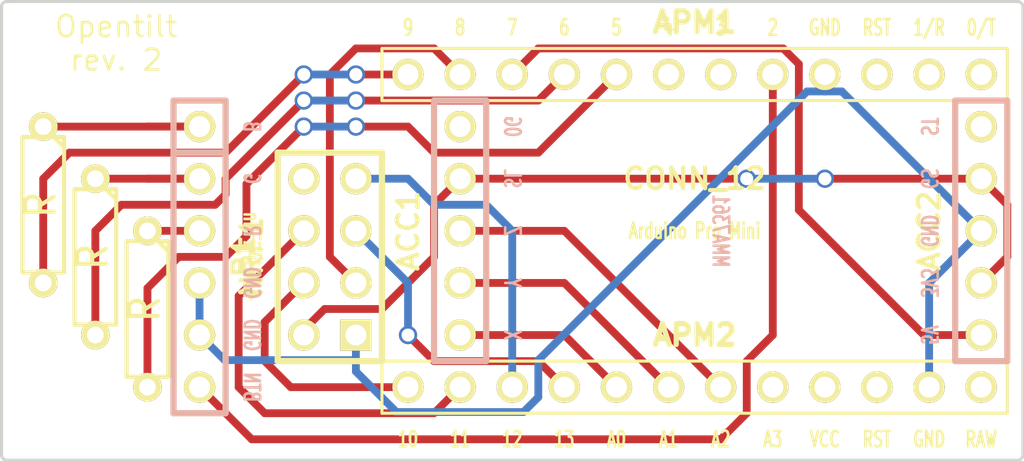
<source format=kicad_pcb>
(kicad_pcb (version 20171130) (host pcbnew "(5.1.12)-1")

  (general
    (thickness 1.6)
    (drawings 52)
    (tracks 112)
    (zones 0)
    (modules 9)
    (nets 19)
  )

  (page A3)
  (layers
    (0 F.Cu signal)
    (31 B.Cu signal)
    (32 B.Adhes user)
    (33 F.Adhes user)
    (34 B.Paste user)
    (35 F.Paste user)
    (36 B.SilkS user)
    (37 F.SilkS user hide)
    (38 B.Mask user)
    (39 F.Mask user)
    (40 Dwgs.User user)
    (41 Cmts.User user)
    (42 Eco1.User user)
    (43 Eco2.User user)
    (44 Edge.Cuts user)
  )

  (setup
    (last_trace_width 0.381)
    (trace_clearance 0.254)
    (zone_clearance 0.508)
    (zone_45_only no)
    (trace_min 0.254)
    (via_size 0.889)
    (via_drill 0.635)
    (via_min_size 0.889)
    (via_min_drill 0.508)
    (uvia_size 0.508)
    (uvia_drill 0.127)
    (uvias_allowed no)
    (uvia_min_size 0.508)
    (uvia_min_drill 0.127)
    (edge_width 0.15)
    (segment_width 0.2)
    (pcb_text_width 0.3)
    (pcb_text_size 0.508 0.762)
    (mod_edge_width 0.15)
    (mod_text_size 1.5 1.5)
    (mod_text_width 0.15)
    (pad_size 1.524 1.524)
    (pad_drill 1.016)
    (pad_to_mask_clearance 0.2)
    (aux_axis_origin 0 0)
    (visible_elements 7FFFFFFF)
    (pcbplotparams
      (layerselection 0x00030_ffffffff)
      (usegerberextensions true)
      (usegerberattributes true)
      (usegerberadvancedattributes true)
      (creategerberjobfile true)
      (excludeedgelayer true)
      (linewidth 0.100000)
      (plotframeref false)
      (viasonmask false)
      (mode 1)
      (useauxorigin false)
      (hpglpennumber 1)
      (hpglpenspeed 20)
      (hpglpendiameter 15.000000)
      (psnegative false)
      (psa4output false)
      (plotreference true)
      (plotvalue true)
      (plotinvisibletext false)
      (padsonsilk false)
      (subtractmaskfromsilk false)
      (outputformat 1)
      (mirror false)
      (drillshape 0)
      (scaleselection 1)
      (outputdirectory "/home/juerd/sketchbook/opentilt/pcb-rev2/itead1"))
  )

  (net 0 "")
  (net 1 3V3)
  (net 2 A0)
  (net 3 A1)
  (net 4 A2)
  (net 5 CLK)
  (net 6 D10)
  (net 7 D2)
  (net 8 D5)
  (net 9 D6)
  (net 10 D7)
  (net 11 D8)
  (net 12 D9)
  (net 13 GND)
  (net 14 MISO)
  (net 15 MOSI)
  (net 16 N-0000021)
  (net 17 N-0000022)
  (net 18 N-0000023)

  (net_class Default "This is the default net class."
    (clearance 0.254)
    (trace_width 0.381)
    (via_dia 0.889)
    (via_drill 0.635)
    (uvia_dia 0.508)
    (uvia_drill 0.127)
    (add_net 3V3)
    (add_net A0)
    (add_net A1)
    (add_net A2)
    (add_net CLK)
    (add_net D10)
    (add_net D2)
    (add_net D5)
    (add_net D6)
    (add_net D7)
    (add_net D8)
    (add_net D9)
    (add_net GND)
    (add_net MISO)
    (add_net MOSI)
    (add_net N-0000021)
    (add_net N-0000022)
    (add_net N-0000023)
  )

  (module R3 (layer F.Cu) (tedit 52896B1D) (tstamp 52890A64)
    (at 25.019 55.753 270)
    (descr "Resitance 3 pas")
    (tags R)
    (path /523228F2)
    (autoplace_cost180 10)
    (fp_text reference RB1 (at 0 0.127 270) (layer F.SilkS) hide
      (effects (font (size 1.397 1.27) (thickness 0.2032)))
    )
    (fp_text value R (at 0 0.127 270) (layer F.SilkS)
      (effects (font (size 1.397 1.27) (thickness 0.2032)))
    )
    (fp_line (start -3.302 -0.508) (end -2.794 -1.016) (layer F.SilkS) (width 0.2032))
    (fp_line (start 3.302 1.016) (end 3.302 0) (layer F.SilkS) (width 0.2032))
    (fp_line (start -3.302 1.016) (end 3.302 1.016) (layer F.SilkS) (width 0.2032))
    (fp_line (start -3.302 -1.016) (end -3.302 1.016) (layer F.SilkS) (width 0.2032))
    (fp_line (start 3.302 -1.016) (end -3.302 -1.016) (layer F.SilkS) (width 0.2032))
    (fp_line (start 3.302 0) (end 3.302 -1.016) (layer F.SilkS) (width 0.2032))
    (fp_line (start 3.81 0) (end 3.302 0) (layer F.SilkS) (width 0.2032))
    (fp_line (start -3.81 0) (end -3.302 0) (layer F.SilkS) (width 0.2032))
    (pad 1 thru_hole circle (at -3.81 0 270) (size 1.397 1.397) (drill 0.8128) (layers *.Cu *.Mask F.SilkS)
      (net 17 N-0000022))
    (pad 2 thru_hole circle (at 3.81 0 270) (size 1.397 1.397) (drill 0.8128) (layers *.Cu *.Mask F.SilkS)
      (net 12 D9))
    (model discret/resistor.wrl
      (at (xyz 0 0 0))
      (scale (xyz 0.3 0.3 0.3))
      (rotate (xyz 0 0 0))
    )
  )

  (module R3 (layer F.Cu) (tedit 52896B37) (tstamp 52890A72)
    (at 27.559 58.293 270)
    (descr "Resitance 3 pas")
    (tags R)
    (path /52322904)
    (autoplace_cost180 10)
    (fp_text reference RG1 (at 0 0.127 270) (layer F.SilkS) hide
      (effects (font (size 1.397 1.27) (thickness 0.2032)))
    )
    (fp_text value R (at 0 0.127 270) (layer F.SilkS)
      (effects (font (size 1.397 1.27) (thickness 0.2032)))
    )
    (fp_line (start -3.302 -0.508) (end -2.794 -1.016) (layer F.SilkS) (width 0.2032))
    (fp_line (start 3.302 1.016) (end 3.302 0) (layer F.SilkS) (width 0.2032))
    (fp_line (start -3.302 1.016) (end 3.302 1.016) (layer F.SilkS) (width 0.2032))
    (fp_line (start -3.302 -1.016) (end -3.302 1.016) (layer F.SilkS) (width 0.2032))
    (fp_line (start 3.302 -1.016) (end -3.302 -1.016) (layer F.SilkS) (width 0.2032))
    (fp_line (start 3.302 0) (end 3.302 -1.016) (layer F.SilkS) (width 0.2032))
    (fp_line (start 3.81 0) (end 3.302 0) (layer F.SilkS) (width 0.2032))
    (fp_line (start -3.81 0) (end -3.302 0) (layer F.SilkS) (width 0.2032))
    (pad 1 thru_hole circle (at -3.81 0 270) (size 1.397 1.397) (drill 0.8128) (layers *.Cu *.Mask F.SilkS)
      (net 18 N-0000023))
    (pad 2 thru_hole circle (at 3.81 0 270) (size 1.397 1.397) (drill 0.8128) (layers *.Cu *.Mask F.SilkS)
      (net 9 D6))
    (model discret/resistor.wrl
      (at (xyz 0 0 0))
      (scale (xyz 0.3 0.3 0.3))
      (rotate (xyz 0 0 0))
    )
  )

  (module R3 (layer F.Cu) (tedit 52896B3D) (tstamp 52890A80)
    (at 30.099 60.833 270)
    (descr "Resitance 3 pas")
    (tags R)
    (path /5232290A)
    (autoplace_cost180 10)
    (fp_text reference RR1 (at 0 0.127 270) (layer F.SilkS) hide
      (effects (font (size 1.397 1.27) (thickness 0.2032)))
    )
    (fp_text value R (at 0 0.127 270) (layer F.SilkS)
      (effects (font (size 1.397 1.27) (thickness 0.2032)))
    )
    (fp_line (start -3.302 -0.508) (end -2.794 -1.016) (layer F.SilkS) (width 0.2032))
    (fp_line (start 3.302 1.016) (end 3.302 0) (layer F.SilkS) (width 0.2032))
    (fp_line (start -3.302 1.016) (end 3.302 1.016) (layer F.SilkS) (width 0.2032))
    (fp_line (start -3.302 -1.016) (end -3.302 1.016) (layer F.SilkS) (width 0.2032))
    (fp_line (start 3.302 -1.016) (end -3.302 -1.016) (layer F.SilkS) (width 0.2032))
    (fp_line (start 3.302 0) (end 3.302 -1.016) (layer F.SilkS) (width 0.2032))
    (fp_line (start 3.81 0) (end 3.302 0) (layer F.SilkS) (width 0.2032))
    (fp_line (start -3.81 0) (end -3.302 0) (layer F.SilkS) (width 0.2032))
    (pad 1 thru_hole circle (at -3.81 0 270) (size 1.397 1.397) (drill 0.8128) (layers *.Cu *.Mask F.SilkS)
      (net 16 N-0000021))
    (pad 2 thru_hole circle (at 3.81 0 270) (size 1.397 1.397) (drill 0.8128) (layers *.Cu *.Mask F.SilkS)
      (net 8 D5))
    (model discret/resistor.wrl
      (at (xyz 0 0 0))
      (scale (xyz 0.3 0.3 0.3))
      (rotate (xyz 0 0 0))
    )
  )

  (module pin_array_4x2 (layer F.Cu) (tedit 52893CC2) (tstamp 52890AB7)
    (at 38.989 58.293 90)
    (descr "Double rangee de contacts 2 x 4 pins")
    (tags CONN)
    (path /5289079E)
    (fp_text reference NRF1 (at 0 -3.81 90) (layer F.SilkS)
      (effects (font (size 1.016 1.016) (thickness 0.2032)))
    )
    (fp_text value CONN_4X2 (at 0 3.81 90) (layer F.SilkS) hide
      (effects (font (size 1.016 1.016) (thickness 0.2032)))
    )
    (fp_line (start -5.08 2.54) (end -5.08 -2.54) (layer F.SilkS) (width 0.3048))
    (fp_line (start 5.08 2.54) (end -5.08 2.54) (layer F.SilkS) (width 0.3048))
    (fp_line (start 5.08 -2.54) (end 5.08 2.54) (layer F.SilkS) (width 0.3048))
    (fp_line (start -5.08 -2.54) (end 5.08 -2.54) (layer F.SilkS) (width 0.3048))
    (pad 1 thru_hole rect (at -3.81 1.27 90) (size 1.524 1.524) (drill 1.016) (layers *.Cu *.Mask F.SilkS)
      (net 13 GND))
    (pad 2 thru_hole circle (at -3.81 -1.27 90) (size 1.524 1.524) (drill 1.016) (layers *.Cu *.Mask F.SilkS)
      (net 1 3V3))
    (pad 3 thru_hole circle (at -1.27 1.27 90) (size 1.524 1.524) (drill 1.016) (layers *.Cu *.Mask F.SilkS)
      (net 11 D8))
    (pad 4 thru_hole circle (at -1.27 -1.27 90) (size 1.524 1.524) (drill 1.016) (layers *.Cu *.Mask F.SilkS)
      (net 6 D10))
    (pad 5 thru_hole circle (at 1.27 1.27 90) (size 1.524 1.524) (drill 1.016) (layers *.Cu *.Mask F.SilkS)
      (net 5 CLK))
    (pad 6 thru_hole circle (at 1.27 -1.27 90) (size 1.524 1.524) (drill 1.016) (layers *.Cu *.Mask F.SilkS)
      (net 15 MOSI))
    (pad 7 thru_hole circle (at 3.81 1.27 90) (size 1.524 1.524) (drill 1.016) (layers *.Cu *.Mask F.SilkS)
      (net 14 MISO))
    (pad 8 thru_hole circle (at 3.81 -1.27 90) (size 1.524 1.524) (drill 1.016) (layers *.Cu *.Mask F.SilkS))
    (model pin_array/pins_array_4x2.wrl
      (at (xyz 0 0 0))
      (scale (xyz 1 1 1))
      (rotate (xyz 0 0 0))
    )
  )

  (module PIN_ARRAY-6X1_B (layer F.Cu) (tedit 52893CC4) (tstamp 528916AB)
    (at 32.639 58.293 270)
    (descr "Connecteur 6 pins")
    (tags "CONN DEV")
    (path /5232286D)
    (fp_text reference P1 (at 0 -2.159 270) (layer F.SilkS)
      (effects (font (size 1.016 1.016) (thickness 0.2032)))
    )
    (fp_text value CONN_6 (at 0 2.159 270) (layer F.SilkS) hide
      (effects (font (size 1.016 0.889) (thickness 0.2032)))
    )
    (fp_line (start -5.08 1.27) (end -5.08 -1.27) (layer B.SilkS) (width 0.3048))
    (fp_line (start 7.62 1.27) (end -7.62 1.27) (layer B.SilkS) (width 0.3048))
    (fp_line (start 7.62 -1.27) (end 7.62 1.27) (layer B.SilkS) (width 0.3048))
    (fp_line (start -7.62 -1.27) (end 7.62 -1.27) (layer B.SilkS) (width 0.3048))
    (fp_line (start -7.62 1.27) (end -7.62 -1.27) (layer B.SilkS) (width 0.3048))
    (pad 1 thru_hole circle (at -6.35 0 270) (size 1.524 1.524) (drill 1.016) (layers *.Cu *.Mask F.SilkS)
      (net 17 N-0000022))
    (pad 2 thru_hole circle (at -3.81 0 270) (size 1.524 1.524) (drill 1.016) (layers *.Cu *.Mask F.SilkS)
      (net 18 N-0000023))
    (pad 3 thru_hole circle (at -1.27 0 270) (size 1.524 1.524) (drill 1.016) (layers *.Cu *.Mask F.SilkS)
      (net 16 N-0000021))
    (pad 4 thru_hole circle (at 1.27 0 270) (size 1.524 1.524) (drill 1.016) (layers *.Cu *.Mask F.SilkS)
      (net 13 GND))
    (pad 5 thru_hole circle (at 3.81 0 270) (size 1.524 1.524) (drill 1.016) (layers *.Cu *.Mask F.SilkS)
      (net 13 GND))
    (pad 6 thru_hole circle (at 6.35 0 270) (size 1.524 1.524) (drill 1.016) (layers *.Cu *.Mask F.SilkS)
      (net 7 D2))
    (model pin_array/pins_array_6x1.wrl
      (at (xyz 0 0 0))
      (scale (xyz 1 1 1))
      (rotate (xyz 0 0 0))
    )
  )

  (module PIN_ARRAY_5x1_B (layer F.Cu) (tedit 52893CB6) (tstamp 52890A9A)
    (at 45.339 57.023 90)
    (descr "Double rangee de contacts 2 x 5 pins")
    (tags CONN)
    (path /52890342)
    (fp_text reference ACC1 (at 0 -2.54 90) (layer F.SilkS)
      (effects (font (size 1.016 1.016) (thickness 0.2032)))
    )
    (fp_text value CONN_5 (at 0 2.54 90) (layer F.SilkS) hide
      (effects (font (size 1.016 1.016) (thickness 0.2032)))
    )
    (fp_line (start 6.35 1.27) (end -6.35 1.27) (layer B.SilkS) (width 0.3048))
    (fp_line (start -6.35 -1.27) (end 6.35 -1.27) (layer B.SilkS) (width 0.3048))
    (fp_line (start 6.35 1.27) (end 6.35 -1.27) (layer B.SilkS) (width 0.3048))
    (fp_line (start -6.35 -1.27) (end -6.35 1.27) (layer B.SilkS) (width 0.3048))
    (pad 1 thru_hole circle (at -5.08 0 90) (size 1.524 1.524) (drill 1.016) (layers *.Cu *.Mask F.SilkS)
      (net 2 A0))
    (pad 2 thru_hole circle (at -2.54 0 90) (size 1.524 1.524) (drill 1.016) (layers *.Cu *.Mask F.SilkS)
      (net 3 A1))
    (pad 3 thru_hole circle (at 0 0 90) (size 1.524 1.524) (drill 1.016) (layers *.Cu *.Mask F.SilkS)
      (net 4 A2))
    (pad 4 thru_hole circle (at 2.54 0 90) (size 1.524 1.524) (drill 1.016) (layers *.Cu *.Mask F.SilkS)
      (net 1 3V3))
    (pad 5 thru_hole circle (at 5.08 0 90) (size 1.524 1.524) (drill 1.016) (layers *.Cu *.Mask F.SilkS))
    (model pin_array/pins_array_5x1.wrl
      (at (xyz 0 0 0))
      (scale (xyz 1 1 1))
      (rotate (xyz 0 0 0))
    )
  )

  (module PIN_ARRAY_5x1_B (layer F.Cu) (tedit 52893CC8) (tstamp 52890AA7)
    (at 70.739 57.023 90)
    (descr "Double rangee de contacts 2 x 5 pins")
    (tags CONN)
    (path /52890351)
    (fp_text reference ACC2 (at 0 -2.54 90) (layer F.SilkS)
      (effects (font (size 1.016 1.016) (thickness 0.2032)))
    )
    (fp_text value CONN_5 (at 0 2.54 90) (layer F.SilkS) hide
      (effects (font (size 1.016 1.016) (thickness 0.2032)))
    )
    (fp_line (start 6.35 1.27) (end -6.35 1.27) (layer B.SilkS) (width 0.3048))
    (fp_line (start -6.35 -1.27) (end 6.35 -1.27) (layer B.SilkS) (width 0.3048))
    (fp_line (start 6.35 1.27) (end 6.35 -1.27) (layer B.SilkS) (width 0.3048))
    (fp_line (start -6.35 -1.27) (end -6.35 1.27) (layer B.SilkS) (width 0.3048))
    (pad 1 thru_hole circle (at -5.08 0 90) (size 1.524 1.524) (drill 1.016) (layers *.Cu *.Mask F.SilkS)
      (net 10 D7))
    (pad 2 thru_hole circle (at -2.54 0 90) (size 1.524 1.524) (drill 1.016) (layers *.Cu *.Mask F.SilkS)
      (net 1 3V3))
    (pad 3 thru_hole circle (at 0 0 90) (size 1.524 1.524) (drill 1.016) (layers *.Cu *.Mask F.SilkS)
      (net 13 GND))
    (pad 4 thru_hole circle (at 2.54 0 90) (size 1.524 1.524) (drill 1.016) (layers *.Cu *.Mask F.SilkS)
      (net 1 3V3))
    (pad 5 thru_hole circle (at 5.08 0 90) (size 1.524 1.524) (drill 1.016) (layers *.Cu *.Mask F.SilkS))
    (model pin_array/pins_array_5x1.wrl
      (at (xyz 0 0 0))
      (scale (xyz 1 1 1))
      (rotate (xyz 0 0 0))
    )
  )

  (module pin_array_12x1 (layer F.Cu) (tedit 52893CBE) (tstamp 52890AC7)
    (at 56.769 50.673)
    (descr "Double rangee de contacts 2 x 12 pins")
    (tags CONN)
    (path /5288F956)
    (fp_text reference APM1 (at 0 -3.81) (layer F.SilkS)
      (effects (font (size 1.016 1.016) (thickness 0.254)))
    )
    (fp_text value CONN_12 (at 0 3.81) (layer F.SilkS)
      (effects (font (size 1.016 1.016) (thickness 0.2032)))
    )
    (fp_line (start -15.24 -2.54) (end 15.24 -2.54) (layer F.SilkS) (width 0.15))
    (fp_line (start -15.24 0) (end -15.24 -2.54) (layer F.SilkS) (width 0.15))
    (fp_line (start 15.24 0) (end -15.24 0) (layer F.SilkS) (width 0.15))
    (fp_line (start 15.24 -2.54) (end 15.24 0) (layer F.SilkS) (width 0.15))
    (pad 12 thru_hole circle (at -13.97 -1.27) (size 1.524 1.524) (drill 1.016) (layers *.Cu *.Mask F.SilkS)
      (net 12 D9))
    (pad 11 thru_hole circle (at -11.43 -1.27) (size 1.524 1.524) (drill 1.016) (layers *.Cu *.Mask F.SilkS)
      (net 11 D8))
    (pad 10 thru_hole circle (at -8.89 -1.27) (size 1.524 1.524) (drill 1.016) (layers *.Cu *.Mask F.SilkS)
      (net 10 D7))
    (pad 9 thru_hole circle (at -6.35 -1.27) (size 1.524 1.524) (drill 1.016) (layers *.Cu *.Mask F.SilkS)
      (net 9 D6))
    (pad 8 thru_hole circle (at -3.81 -1.27) (size 1.524 1.524) (drill 1.016) (layers *.Cu *.Mask F.SilkS)
      (net 8 D5))
    (pad 7 thru_hole circle (at -1.27 -1.27) (size 1.524 1.524) (drill 1.016) (layers *.Cu *.Mask F.SilkS))
    (pad 6 thru_hole circle (at 1.27 -1.27) (size 1.524 1.524) (drill 1.016) (layers *.Cu *.Mask F.SilkS))
    (pad 5 thru_hole circle (at 3.81 -1.27) (size 1.524 1.524) (drill 1.016) (layers *.Cu *.Mask F.SilkS)
      (net 7 D2))
    (pad 4 thru_hole circle (at 6.35 -1.27) (size 1.524 1.524) (drill 1.016) (layers *.Cu *.Mask F.SilkS)
      (net 13 GND))
    (pad 3 thru_hole circle (at 8.89 -1.27) (size 1.524 1.524) (drill 1.016) (layers *.Cu *.Mask F.SilkS))
    (pad 2 thru_hole circle (at 11.43 -1.27) (size 1.524 1.524) (drill 1.016) (layers *.Cu *.Mask F.SilkS))
    (pad 1 thru_hole circle (at 13.97 -1.27) (size 1.524 1.524) (drill 1.016) (layers *.Cu *.Mask F.SilkS))
    (model pin_array/pins_array_12x2.wrl
      (at (xyz 0 0 0))
      (scale (xyz 1 1 1))
      (rotate (xyz 0 0 0))
    )
  )

  (module pin_array_12x1 (layer F.Cu) (tedit 52893CC0) (tstamp 52890AD7)
    (at 56.769 65.913)
    (descr "Double rangee de contacts 2 x 12 pins")
    (tags CONN)
    (path /5288F965)
    (fp_text reference APM2 (at 0 -3.81) (layer F.SilkS)
      (effects (font (size 1.016 1.016) (thickness 0.254)))
    )
    (fp_text value CONN_12 (at 0 3.81) (layer F.SilkS)
      (effects (font (size 1.016 1.016) (thickness 0.2032)))
    )
    (fp_line (start -15.24 -2.54) (end 15.24 -2.54) (layer F.SilkS) (width 0.15))
    (fp_line (start -15.24 0) (end -15.24 -2.54) (layer F.SilkS) (width 0.15))
    (fp_line (start 15.24 0) (end -15.24 0) (layer F.SilkS) (width 0.15))
    (fp_line (start 15.24 -2.54) (end 15.24 0) (layer F.SilkS) (width 0.15))
    (pad 12 thru_hole circle (at -13.97 -1.27) (size 1.524 1.524) (drill 1.016) (layers *.Cu *.Mask F.SilkS)
      (net 6 D10))
    (pad 11 thru_hole circle (at -11.43 -1.27) (size 1.524 1.524) (drill 1.016) (layers *.Cu *.Mask F.SilkS)
      (net 15 MOSI))
    (pad 10 thru_hole circle (at -8.89 -1.27) (size 1.524 1.524) (drill 1.016) (layers *.Cu *.Mask F.SilkS)
      (net 14 MISO))
    (pad 9 thru_hole circle (at -6.35 -1.27) (size 1.524 1.524) (drill 1.016) (layers *.Cu *.Mask F.SilkS)
      (net 5 CLK))
    (pad 8 thru_hole circle (at -3.81 -1.27) (size 1.524 1.524) (drill 1.016) (layers *.Cu *.Mask F.SilkS)
      (net 2 A0))
    (pad 7 thru_hole circle (at -1.27 -1.27) (size 1.524 1.524) (drill 1.016) (layers *.Cu *.Mask F.SilkS)
      (net 3 A1))
    (pad 6 thru_hole circle (at 1.27 -1.27) (size 1.524 1.524) (drill 1.016) (layers *.Cu *.Mask F.SilkS)
      (net 4 A2))
    (pad 5 thru_hole circle (at 3.81 -1.27) (size 1.524 1.524) (drill 1.016) (layers *.Cu *.Mask F.SilkS))
    (pad 4 thru_hole circle (at 6.35 -1.27) (size 1.524 1.524) (drill 1.016) (layers *.Cu *.Mask F.SilkS))
    (pad 3 thru_hole circle (at 8.89 -1.27) (size 1.524 1.524) (drill 1.016) (layers *.Cu *.Mask F.SilkS))
    (pad 2 thru_hole circle (at 11.43 -1.27) (size 1.524 1.524) (drill 1.016) (layers *.Cu *.Mask F.SilkS)
      (net 13 GND))
    (pad 1 thru_hole circle (at 13.97 -1.27) (size 1.524 1.524) (drill 1.016) (layers *.Cu *.Mask F.SilkS))
    (model pin_array/pins_array_12x2.wrl
      (at (xyz 0 0 0))
      (scale (xyz 1 1 1))
      (rotate (xyz 0 0 0))
    )
  )

  (gr_line (start 23.241 68.199) (end 72.39 68.199) (angle 90) (layer Edge.Cuts) (width 0.15))
  (gr_line (start 22.987 67.945) (end 22.987 46.101) (angle 90) (layer Edge.Cuts) (width 0.15))
  (gr_line (start 72.771 46.101) (end 72.771 67.945) (angle 90) (layer Edge.Cuts) (width 0.15))
  (gr_line (start 23.241 45.847) (end 72.517 45.847) (angle 90) (layer Edge.Cuts) (width 0.15))
  (gr_arc (start 23.241 46.101) (end 22.987 46.101) (angle 90) (layer Edge.Cuts) (width 0.15))
  (gr_arc (start 23.241 67.945) (end 23.241 68.199) (angle 90) (layer Edge.Cuts) (width 0.15))
  (gr_arc (start 72.517 67.945) (end 72.771 67.945) (angle 90) (layer Edge.Cuts) (width 0.15))
  (gr_arc (start 72.517 46.101) (end 72.517 45.847) (angle 90) (layer Edge.Cuts) (width 0.15))
  (gr_text "Opentilt\nrev. 2" (at 28.575 47.879) (layer F.SilkS)
    (effects (font (size 1.016 1.016) (thickness 0.127)))
  )
  (gr_text nRF24L01+ (at 35.179 58.293 270) (layer F.SilkS)
    (effects (font (size 0.762 0.508) (thickness 0.127)))
  )
  (gr_text MMA7361 (at 58.039 57.023 270) (layer B.SilkS)
    (effects (font (size 0.762 0.508) (thickness 0.127)) (justify mirror))
  )
  (gr_text "Arduino Pro Mini" (at 56.769 57.023) (layer F.SilkS)
    (effects (font (size 0.762 0.508) (thickness 0.127)))
  )
  (gr_text RAW (at 70.739 67.183) (layer F.SilkS)
    (effects (font (size 0.762 0.508) (thickness 0.127)))
  )
  (gr_text GND (at 68.199 67.183) (layer F.SilkS)
    (effects (font (size 0.762 0.508) (thickness 0.127)))
  )
  (gr_text RST (at 65.659 67.183) (layer F.SilkS)
    (effects (font (size 0.762 0.508) (thickness 0.127)))
  )
  (gr_text VCC (at 63.119 67.183) (layer F.SilkS)
    (effects (font (size 0.762 0.508) (thickness 0.127)))
  )
  (gr_text A3 (at 60.579 67.183) (layer F.SilkS)
    (effects (font (size 0.762 0.508) (thickness 0.127)))
  )
  (gr_text A2 (at 58.039 67.183) (layer F.SilkS)
    (effects (font (size 0.762 0.508) (thickness 0.127)))
  )
  (gr_text A1 (at 55.499 67.183) (layer F.SilkS)
    (effects (font (size 0.762 0.508) (thickness 0.127)))
  )
  (gr_text A0 (at 52.959 67.183) (layer F.SilkS)
    (effects (font (size 0.762 0.508) (thickness 0.127)))
  )
  (gr_text 13 (at 50.419 67.183) (layer F.SilkS)
    (effects (font (size 0.762 0.508) (thickness 0.127)))
  )
  (gr_text 12 (at 47.879 67.183) (layer F.SilkS)
    (effects (font (size 0.762 0.508) (thickness 0.127)))
  )
  (gr_text 11 (at 45.339 67.183) (layer F.SilkS)
    (effects (font (size 0.762 0.508) (thickness 0.127)))
  )
  (gr_text "10\n" (at 42.799 67.183) (layer F.SilkS)
    (effects (font (size 0.762 0.508) (thickness 0.127)))
  )
  (gr_text 0/T (at 70.739 47.117) (layer F.SilkS)
    (effects (font (size 0.762 0.508) (thickness 0.127)))
  )
  (gr_text 1/R (at 68.199 47.117) (layer F.SilkS)
    (effects (font (size 0.762 0.508) (thickness 0.127)))
  )
  (gr_text RST (at 65.659 47.117) (layer F.SilkS)
    (effects (font (size 0.762 0.508) (thickness 0.127)))
  )
  (gr_text GND (at 63.119 47.117) (layer F.SilkS)
    (effects (font (size 0.762 0.508) (thickness 0.127)))
  )
  (gr_text 2 (at 60.579 47.117) (layer F.SilkS)
    (effects (font (size 0.762 0.508) (thickness 0.127)))
  )
  (gr_text 3 (at 58.039 47.117) (layer F.SilkS)
    (effects (font (size 0.762 0.508) (thickness 0.127)))
  )
  (gr_text "4\n" (at 55.499 47.117) (layer F.SilkS)
    (effects (font (size 0.762 0.508) (thickness 0.127)))
  )
  (gr_text 5 (at 52.959 47.117) (layer F.SilkS)
    (effects (font (size 0.762 0.508) (thickness 0.127)))
  )
  (gr_text 6 (at 50.419 47.117) (layer F.SilkS)
    (effects (font (size 0.762 0.508) (thickness 0.127)))
  )
  (gr_text 7 (at 47.879 47.117) (layer F.SilkS)
    (effects (font (size 0.762 0.508) (thickness 0.127)))
  )
  (gr_text 8 (at 45.339 47.117) (layer F.SilkS)
    (effects (font (size 0.762 0.508) (thickness 0.127)))
  )
  (gr_text 9 (at 42.799 47.117) (layer F.SilkS)
    (effects (font (size 0.762 0.508) (thickness 0.127)))
  )
  (gr_text ST (at 68.199 51.943 270) (layer B.SilkS)
    (effects (font (size 0.762 0.508) (thickness 0.127)) (justify mirror))
  )
  (gr_text 0G (at 47.879 51.943 270) (layer B.SilkS)
    (effects (font (size 0.762 0.508) (thickness 0.127)) (justify mirror))
  )
  (gr_text GS (at 68.199 54.483 270) (layer B.SilkS)
    (effects (font (size 0.762 0.508) (thickness 0.127)) (justify mirror))
  )
  (gr_text GND (at 68.199 57.023 270) (layer B.SilkS)
    (effects (font (size 0.762 0.508) (thickness 0.127)) (justify mirror))
  )
  (gr_text 3V3 (at 68.199 59.563 270) (layer B.SilkS)
    (effects (font (size 0.762 0.508) (thickness 0.127)) (justify mirror))
  )
  (gr_text 5V (at 68.199 62.103 270) (layer B.SilkS)
    (effects (font (size 0.762 0.508) (thickness 0.127)) (justify mirror))
  )
  (gr_text SL (at 47.879 54.483 270) (layer B.SilkS)
    (effects (font (size 0.762 0.508) (thickness 0.127)) (justify mirror))
  )
  (gr_text Z (at 47.879 57.023 270) (layer B.SilkS)
    (effects (font (size 0.762 0.508) (thickness 0.127)) (justify mirror))
  )
  (gr_text Y (at 47.879 59.563 270) (layer B.SilkS)
    (effects (font (size 0.762 0.508) (thickness 0.127)) (justify mirror))
  )
  (gr_text X (at 47.879 62.103 270) (layer B.SilkS)
    (effects (font (size 0.762 0.508) (thickness 0.127)) (justify mirror))
  )
  (gr_text BTN (at 35.179 64.643 270) (layer B.SilkS)
    (effects (font (size 0.762 0.508) (thickness 0.127)) (justify mirror))
  )
  (gr_text GND (at 35.179 62.103 270) (layer B.SilkS)
    (effects (font (size 0.762 0.508) (thickness 0.127)) (justify mirror))
  )
  (gr_text "GND\n" (at 35.179 59.563 270) (layer B.SilkS)
    (effects (font (size 0.762 0.508) (thickness 0.127)) (justify mirror))
  )
  (gr_text B (at 35.179 51.943 270) (layer B.SilkS)
    (effects (font (size 0.762 0.508) (thickness 0.127)) (justify mirror))
  )
  (gr_text G (at 35.179 54.483 270) (layer B.SilkS)
    (effects (font (size 0.762 0.508) (thickness 0.127)) (justify mirror))
  )
  (gr_text R (at 35.179 57.023 270) (layer B.SilkS)
    (effects (font (size 0.762 0.508) (thickness 0.127)) (justify mirror))
  )

  (segment (start 70.739 54.483) (end 72.009 55.753) (width 0.381) (layer F.Cu) (net 1))
  (segment (start 72.009 55.753) (end 72.009 58.293) (width 0.381) (layer F.Cu) (net 1))
  (segment (start 72.009 58.293) (end 70.739 59.563) (width 0.381) (layer F.Cu) (net 1))
  (segment (start 37.719 62.103) (end 37.719 61.849) (width 0.381) (layer F.Cu) (net 1))
  (segment (start 37.719 61.849) (end 38.735 60.833) (width 0.381) (layer F.Cu) (net 1))
  (segment (start 38.735 60.833) (end 41.529 60.833) (width 0.381) (layer F.Cu) (net 1))
  (segment (start 41.529 60.833) (end 44.069 58.293) (width 0.381) (layer F.Cu) (net 1))
  (segment (start 44.069 58.293) (end 44.069 55.753) (width 0.381) (layer F.Cu) (net 1))
  (segment (start 44.069 55.753) (end 45.339 54.483) (width 0.381) (layer F.Cu) (net 1))
  (segment (start 45.339 54.483) (end 59.309 54.483) (width 0.381) (layer F.Cu) (net 1))
  (segment (start 59.309 54.483) (end 63.119 54.483) (width 0.381) (layer B.Cu) (net 1))
  (segment (start 63.119 54.483) (end 70.739 54.483) (width 0.381) (layer F.Cu) (net 1))
  (via (at 59.309 54.483) (size 0.889) (layers F.Cu B.Cu) (net 1))
  (via (at 63.119 54.483) (size 0.889) (layers F.Cu B.Cu) (net 1))
  (segment (start 45.339 62.103) (end 50.419 62.103) (width 0.381) (layer F.Cu) (net 2))
  (segment (start 50.419 62.103) (end 52.959 64.643) (width 0.381) (layer F.Cu) (net 2))
  (segment (start 45.339 59.563) (end 50.419 59.563) (width 0.381) (layer F.Cu) (net 3))
  (segment (start 50.419 59.563) (end 55.499 64.643) (width 0.381) (layer F.Cu) (net 3))
  (segment (start 45.339 57.023) (end 50.419 57.023) (width 0.381) (layer F.Cu) (net 4))
  (segment (start 50.419 57.023) (end 58.039 64.643) (width 0.381) (layer F.Cu) (net 4))
  (segment (start 40.259 57.023) (end 42.799 59.563) (width 0.381) (layer B.Cu) (net 5))
  (segment (start 42.799 59.563) (end 42.799 62.103) (width 0.381) (layer B.Cu) (net 5))
  (segment (start 42.799 62.103) (end 44.069 63.373) (width 0.381) (layer F.Cu) (net 5))
  (segment (start 44.069 63.373) (end 49.149 63.373) (width 0.381) (layer F.Cu) (net 5))
  (segment (start 49.149 63.373) (end 50.419 64.643) (width 0.381) (layer F.Cu) (net 5))
  (via (at 42.799 62.103) (size 0.889) (layers F.Cu B.Cu) (net 5))
  (segment (start 37.719 59.563) (end 35.814 61.468) (width 0.381) (layer F.Cu) (net 6))
  (segment (start 35.814 61.468) (end 35.814 63.373) (width 0.381) (layer F.Cu) (net 6))
  (segment (start 35.814 63.373) (end 37.084 64.643) (width 0.381) (layer F.Cu) (net 6))
  (segment (start 37.084 64.643) (end 42.799 64.643) (width 0.381) (layer F.Cu) (net 6))
  (segment (start 60.579 49.403) (end 60.579 62.103) (width 0.381) (layer F.Cu) (net 7))
  (segment (start 60.579 62.103) (end 59.309 63.373) (width 0.381) (layer F.Cu) (net 7))
  (segment (start 59.309 63.373) (end 59.309 65.913) (width 0.381) (layer F.Cu) (net 7))
  (segment (start 59.309 65.913) (end 58.039 67.183) (width 0.381) (layer F.Cu) (net 7))
  (segment (start 58.039 67.183) (end 35.179 67.183) (width 0.381) (layer F.Cu) (net 7))
  (segment (start 35.179 67.183) (end 32.639 64.643) (width 0.381) (layer F.Cu) (net 7))
  (segment (start 52.959 49.403) (end 49.149 53.213) (width 0.381) (layer F.Cu) (net 8))
  (segment (start 49.149 53.213) (end 44.069 53.213) (width 0.381) (layer F.Cu) (net 8))
  (segment (start 44.069 53.213) (end 42.799 51.943) (width 0.381) (layer F.Cu) (net 8))
  (segment (start 42.799 51.943) (end 40.259 51.943) (width 0.381) (layer F.Cu) (net 8))
  (segment (start 40.259 51.943) (end 37.719 51.943) (width 0.381) (layer B.Cu) (net 8))
  (segment (start 37.719 51.943) (end 34.925 54.737) (width 0.381) (layer F.Cu) (net 8))
  (segment (start 34.925 54.737) (end 34.925 57.277) (width 0.381) (layer F.Cu) (net 8))
  (segment (start 34.925 57.277) (end 33.909 58.293) (width 0.381) (layer F.Cu) (net 8))
  (segment (start 33.909 58.293) (end 31.623 58.293) (width 0.381) (layer F.Cu) (net 8))
  (segment (start 31.623 58.293) (end 30.099 59.817) (width 0.381) (layer F.Cu) (net 8))
  (segment (start 30.099 59.817) (end 30.099 64.643) (width 0.381) (layer F.Cu) (net 8))
  (via (at 40.259 51.943) (size 0.889) (layers F.Cu B.Cu) (net 8))
  (via (at 37.719 51.943) (size 0.889) (layers F.Cu B.Cu) (net 8))
  (segment (start 50.419 49.403) (end 49.149 50.673) (width 0.381) (layer F.Cu) (net 9))
  (segment (start 49.149 50.673) (end 40.259 50.673) (width 0.381) (layer F.Cu) (net 9))
  (segment (start 40.259 50.673) (end 37.719 50.673) (width 0.381) (layer B.Cu) (net 9))
  (segment (start 37.719 50.673) (end 33.909 54.483) (width 0.381) (layer F.Cu) (net 9))
  (segment (start 33.909 54.483) (end 33.909 55.245) (width 0.381) (layer F.Cu) (net 9))
  (segment (start 33.909 55.245) (end 33.401 55.753) (width 0.381) (layer F.Cu) (net 9))
  (segment (start 33.401 55.753) (end 28.829 55.753) (width 0.381) (layer F.Cu) (net 9))
  (segment (start 28.829 55.753) (end 27.559 57.023) (width 0.381) (layer F.Cu) (net 9))
  (segment (start 27.559 57.023) (end 27.559 62.103) (width 0.381) (layer F.Cu) (net 9))
  (via (at 40.259 50.673) (size 0.889) (layers F.Cu B.Cu) (net 9))
  (via (at 37.719 50.673) (size 0.889) (layers F.Cu B.Cu) (net 9))
  (segment (start 47.879 49.403) (end 49.149 48.133) (width 0.381) (layer F.Cu) (net 10))
  (segment (start 49.149 48.133) (end 61.087 48.133) (width 0.381) (layer F.Cu) (net 10))
  (segment (start 61.087 48.133) (end 61.849 48.895) (width 0.381) (layer F.Cu) (net 10))
  (segment (start 61.849 48.895) (end 61.849 56.007) (width 0.381) (layer F.Cu) (net 10))
  (segment (start 61.849 56.007) (end 67.945 62.103) (width 0.381) (layer F.Cu) (net 10))
  (segment (start 67.945 62.103) (end 70.739 62.103) (width 0.381) (layer F.Cu) (net 10))
  (segment (start 40.259 59.563) (end 38.989 58.293) (width 0.381) (layer F.Cu) (net 11))
  (segment (start 38.989 58.293) (end 38.989 49.403) (width 0.381) (layer F.Cu) (net 11))
  (segment (start 38.989 49.403) (end 40.259 48.133) (width 0.381) (layer F.Cu) (net 11))
  (segment (start 40.259 48.133) (end 44.069 48.133) (width 0.381) (layer F.Cu) (net 11))
  (segment (start 44.069 48.133) (end 45.339 49.403) (width 0.381) (layer F.Cu) (net 11))
  (segment (start 40.259 49.403) (end 37.719 49.403) (width 0.381) (layer B.Cu) (net 12))
  (segment (start 37.719 49.403) (end 33.909 53.213) (width 0.381) (layer F.Cu) (net 12))
  (segment (start 33.909 53.213) (end 26.289 53.213) (width 0.381) (layer F.Cu) (net 12))
  (segment (start 26.289 53.213) (end 25.019 54.483) (width 0.381) (layer F.Cu) (net 12))
  (segment (start 25.019 54.483) (end 25.019 59.563) (width 0.381) (layer F.Cu) (net 12))
  (segment (start 42.799 49.403) (end 40.259 49.403) (width 0.381) (layer F.Cu) (net 12))
  (via (at 40.259 49.403) (size 0.889) (layers F.Cu B.Cu) (net 12))
  (via (at 37.719 49.403) (size 0.889) (layers F.Cu B.Cu) (net 12))
  (segment (start 32.639 62.103) (end 33.8612 63.3252) (width 0.381) (layer B.Cu) (net 13))
  (segment (start 33.8612 63.3252) (end 40.259 63.3252) (width 0.381) (layer B.Cu) (net 13))
  (segment (start 40.259 63.3252) (end 40.259 62.103) (width 0.381) (layer B.Cu) (net 13))
  (segment (start 63.119 50.2285) (end 62.2475 50.2285) (width 0.381) (layer B.Cu) (net 13))
  (segment (start 62.2475 50.2285) (end 49.149 63.327) (width 0.381) (layer B.Cu) (net 13))
  (segment (start 49.149 63.327) (end 49.149 65.1323) (width 0.381) (layer B.Cu) (net 13))
  (segment (start 49.149 65.1323) (end 48.426 65.8553) (width 0.381) (layer B.Cu) (net 13))
  (segment (start 48.426 65.8553) (end 42.2335 65.8553) (width 0.381) (layer B.Cu) (net 13))
  (segment (start 42.2335 65.8553) (end 40.259 63.8808) (width 0.381) (layer B.Cu) (net 13))
  (segment (start 40.259 63.8808) (end 40.259 63.3252) (width 0.381) (layer B.Cu) (net 13))
  (segment (start 32.639 62.103) (end 32.639 59.563) (width 0.381) (layer B.Cu) (net 13))
  (segment (start 70.739 57.023) (end 63.9445 50.2285) (width 0.381) (layer B.Cu) (net 13))
  (segment (start 63.9445 50.2285) (end 63.119 50.2285) (width 0.381) (layer B.Cu) (net 13))
  (segment (start 63.119 49.403) (end 63.119 50.2285) (width 0.381) (layer B.Cu) (net 13))
  (segment (start 68.199 64.643) (end 68.199 59.563) (width 0.381) (layer B.Cu) (net 13))
  (segment (start 68.199 59.563) (end 70.739 57.023) (width 0.381) (layer B.Cu) (net 13))
  (segment (start 40.259 54.483) (end 42.799 54.483) (width 0.381) (layer B.Cu) (net 14))
  (segment (start 42.799 54.483) (end 44.069 55.753) (width 0.381) (layer B.Cu) (net 14))
  (segment (start 44.069 55.753) (end 46.609 55.753) (width 0.381) (layer B.Cu) (net 14))
  (segment (start 46.609 55.753) (end 47.879 57.023) (width 0.381) (layer B.Cu) (net 14))
  (segment (start 47.879 57.023) (end 47.879 64.643) (width 0.381) (layer B.Cu) (net 14))
  (segment (start 45.339 64.643) (end 44.069 65.913) (width 0.381) (layer F.Cu) (net 15))
  (segment (start 44.069 65.913) (end 35.814 65.913) (width 0.381) (layer F.Cu) (net 15))
  (segment (start 35.814 65.913) (end 34.544 64.643) (width 0.381) (layer F.Cu) (net 15))
  (segment (start 34.544 64.643) (end 34.544 60.198) (width 0.381) (layer F.Cu) (net 15))
  (segment (start 34.544 60.198) (end 37.719 57.023) (width 0.381) (layer F.Cu) (net 15))
  (segment (start 30.099 57.023) (end 32.639 57.023) (width 0.381) (layer F.Cu) (net 16))
  (segment (start 30.099 51.943) (end 32.639 51.943) (width 0.381) (layer F.Cu) (net 17))
  (segment (start 25.019 51.943) (end 30.099 51.943) (width 0.381) (layer F.Cu) (net 17))
  (segment (start 30.099 51.943) (end 32.639 51.943) (width 0.381) (layer F.Cu) (net 17))
  (segment (start 30.099 54.483) (end 27.559 54.483) (width 0.381) (layer F.Cu) (net 18))
  (segment (start 32.639 54.483) (end 30.099 54.483) (width 0.381) (layer F.Cu) (net 18))
  (segment (start 30.099 54.483) (end 32.639 54.483) (width 0.381) (layer F.Cu) (net 18))

)

</source>
